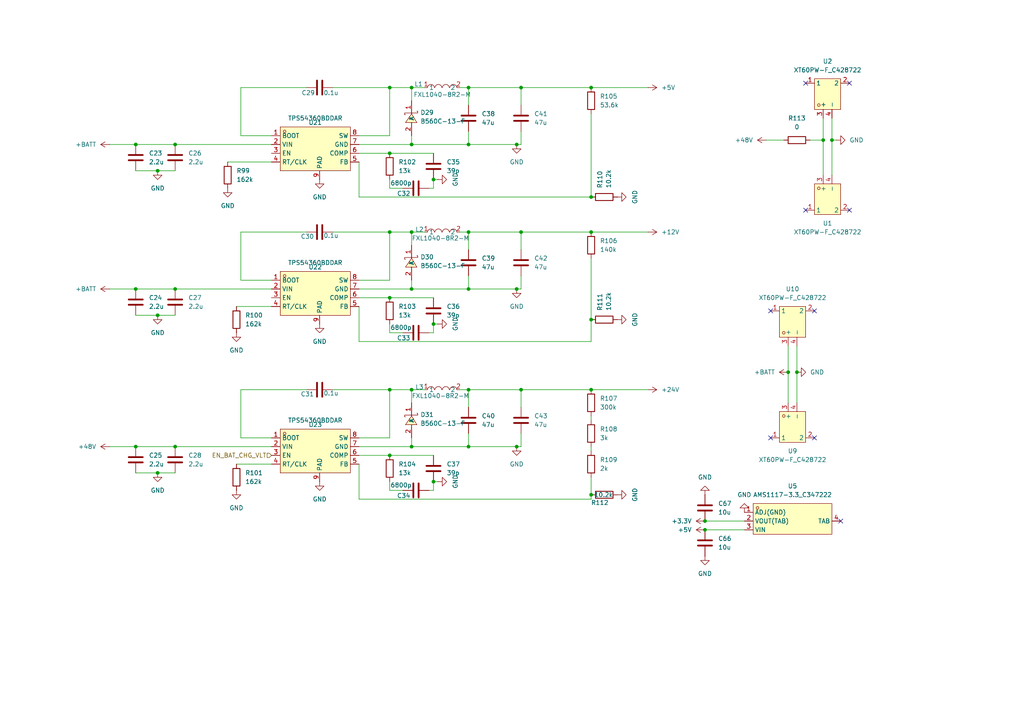
<source format=kicad_sch>
(kicad_sch (version 20250114) (generator "eeschema") (generator_version "9.0")
  (paper "A4")
  (lib_symbols
    (symbol "COMPONENTS:AMS1117-3.3_C347222"
      (property "Reference" "U" (at 0 7.62 0))
      (property "Value" "AMS1117-3.3_C347222" (at 0 -7.62 0))
      (symbol "AMS1117-3.3_C347222_0_1"
        (rectangle (start -12.7 5.08) (end 10.16 -3.81) (fill (type background)))
        (circle (center -11.43 3.81) (radius 0.38))
        (pin unspecified line (at -15.24 2.54 0) (length 2.54) (name "ADJ(GND)") (number "1"))
        (pin unspecified line (at -15.24 0 0) (length 2.54) (name "VOUT(TAB)") (number "2"))
        (pin unspecified line (at -15.24 -2.54 0) (length 2.54) (name "VIN") (number "3"))
        (pin unspecified line (at 12.7 0 180) (length 2.54) (name "TAB") (number "4"))
      )
    )
    (symbol "COMPONENTS:XT60PW-F_C428722"
      (property "Reference" "U" (at 0 10.16 0))
      (property "Value" "XT60PW-F_C428722" (at 0 -12.7 0))
      (symbol "XT60PW-F_C428722_0_1"
        (rectangle (start -7.62 2.54) (end 1.27 -5.08) (fill (type background)))
        (circle (center -6.35 1.27) (radius 0.38))
        (pin unspecified line (at -10.16 0 0) (length 2.54) (name "+") (number "3"))
        (pin unspecified line (at -10.16 -2.54 0) (length 2.54) (name "-") (number "4"))
        (pin unspecified line (at 0 5.08 270) (length 2.54) (name "1") (number "1"))
        (pin unspecified line (at 0 -7.62 90) (length 2.54) (name "2") (number "2"))
      )
    )
    (symbol "Device:C" (pin_numbers (hide yes)) (pin_names (offset 0.254))
      (property "Reference" "C" (at 0.635 2.54 0))
      (property "Value" "C" (at 0.635 -2.54 0))
      (symbol "C_0_1"
        (polyline (pts (xy -2.032 0.762) (xy 2.032 0.762)) (stroke (width 0.508)))
        (polyline (pts (xy -2.032 -0.762) (xy 2.032 -0.762)) (stroke (width 0.508)))
      )
      (symbol "C_1_1"
        (pin passive line (at 0 3.81 270) (length 2.794) (name "~") (number "1"))
        (pin passive line (at 0 -3.81 90) (length 2.794) (name "~") (number "2"))
      )
    )
    (symbol "Device:R" (pin_numbers (hide yes)) (pin_names (offset 0))
      (property "Reference" "R" (at 2.032 0 90))
      (property "Value" "R" (at 0 0 90))
      (symbol "R_0_1"
        (rectangle (start -1.016 -2.54) (end 1.016 2.54) (stroke (width 0.254)))
      )
      (symbol "R_1_1"
        (pin passive line (at 0 3.81 270) (length 1.27) (name "~") (number "1"))
        (pin passive line (at 0 -3.81 90) (length 1.27) (name "~") (number "2"))
      )
    )
    (symbol "NEW:B560C-13-F"
      (property "Reference" "D" (at 0 5.08 0))
      (property "Value" "B560C-13-F" (at 0 -5.08 0))
      (symbol "B560C-13-F_0_1"
        (polyline (pts (xy -2.03 1.52) (xy -2.03 1.78) (xy -1.52 1.78) (xy -1.52 -2.03) (xy -1.02 -2.03) (xy -1.02 -1.78)))
        (polyline (pts (xy 1.27 1.52) (xy -1.27 0) (xy 1.27 -1.78) (xy 1.27 1.52)) (fill (type background)))
        (pin unspecified line (at -5.08 0 0) (length 3.81) (name "K") (number "1"))
        (pin unspecified line (at 5.08 0 180) (length 3.81) (name "A") (number "2"))
      )
    )
    (symbol "NEW:FXL1040-8R2-M"
      (property "Reference" "L" (at 0 5.08 0))
      (property "Value" "FXL1040-8R2-M" (at 0 -5.08 0))
      (symbol "FXL1040-8R2-M_0_1"
        (arc (start -4.29 -0.02) (mid -3.28 0.9027) (end -2.27 -0.02))
        (arc (start -2.13 -0.02) (mid -1.12 0.9071) (end -0.11 -0.02))
        (arc (start 0.02 -0.02) (mid 1.03 0.9071) (end 2.04 -0.02))
        (arc (start 2.21 -0.02) (mid 3.22 0.9071) (end 4.23 -0.02))
        (pin unspecified line (at -5.08 0 0) (length 0.762) (name "1") (number "1"))
        (pin unspecified line (at 5.08 0 180) (length 0.762) (name "2") (number "2"))
      )
    )
    (symbol "NEW:TPS54360BDDAR"
      (property "Reference" "U5" (at 0 7.62 0))
      (property "Value" "TPS54360BDDAR" (at -7.62 -16.51 0))
      (symbol "TPS54360BDDAR_0_1"
        (rectangle (start -10.16 6.35) (end 10.16 -6.35) (fill (type background)))
        (circle (center -8.89 5.08) (radius 0.38))
        (pin unspecified line (at -12.7 3.81 0) (length 2.54) (name "BOOT") (number "1"))
        (pin unspecified line (at -12.7 1.27 0) (length 2.54) (name "VIN") (number "2"))
        (pin unspecified line (at -12.7 -1.27 0) (length 2.54) (name "EN") (number "3"))
        (pin unspecified line (at -12.7 -3.81 0) (length 2.54) (name "RT/CLK") (number "4"))
        (pin unspecified line (at 1.27 -8.89 90) (length 2.54) (name "PAD") (number "9"))
        (pin unspecified line (at 12.7 3.81 180) (length 2.54) (name "SW") (number "8"))
        (pin unspecified line (at 12.7 1.27 180) (length 2.54) (name "GND") (number "7"))
        (pin unspecified line (at 12.7 -1.27 180) (length 2.54) (name "COMP") (number "6"))
        (pin unspecified line (at 12.7 -3.81 180) (length 2.54) (name "FB") (number "5"))
      )
    )
    (symbol "power:+12V" (power) (pin_numbers (hide yes)) (pin_names (offset 0) (hide yes))
      (property "Value" "+12V" (at 0 3.556 0))
      (symbol "+12V_0_1"
        (polyline (pts (xy -0.762 1.27) (xy 0 2.54)))
        (polyline (pts (xy 0 2.54) (xy 0.762 1.27)))
        (polyline (pts (xy 0 0) (xy 0 2.54)))
      )
      (symbol "+12V_1_1"
        (pin power_in line (at 0 0 90) (length 0) (name "~") (number "1"))
      )
    )
    (symbol "power:+24V" (power) (pin_numbers (hide yes)) (pin_names (offset 0) (hide yes))
      (property "Value" "+24V" (at 0 3.556 0))
      (symbol "+24V_0_1"
        (polyline (pts (xy -0.762 1.27) (xy 0 2.54)))
        (polyline (pts (xy 0 2.54) (xy 0.762 1.27)))
        (polyline (pts (xy 0 0) (xy 0 2.54)))
      )
      (symbol "+24V_1_1"
        (pin power_in line (at 0 0 90) (length 0) (name "~") (number "1"))
      )
    )
    (symbol "power:+3.3V" (power) (pin_numbers (hide yes)) (pin_names (offset 0) (hide yes))
      (property "Value" "+3.3V" (at 0 3.556 0))
      (symbol "+3.3V_0_1"
        (polyline (pts (xy -0.762 1.27) (xy 0 2.54)))
        (polyline (pts (xy 0 2.54) (xy 0.762 1.27)))
        (polyline (pts (xy 0 0) (xy 0 2.54)))
      )
      (symbol "+3.3V_1_1"
        (pin power_in line (at 0 0 90) (length 0) (name "~") (number "1"))
      )
    )
    (symbol "power:+48V" (power) (pin_numbers (hide yes)) (pin_names (offset 0) (hide yes))
      (property "Value" "+48V" (at 0 3.556 0))
      (symbol "+48V_0_1"
        (polyline (pts (xy -0.762 1.27) (xy 0 2.54)))
        (polyline (pts (xy 0 2.54) (xy 0.762 1.27)))
        (polyline (pts (xy 0 0) (xy 0 2.54)))
      )
      (symbol "+48V_1_1"
        (pin power_in line (at 0 0 90) (length 0) (name "~") (number "1"))
      )
    )
    (symbol "power:+5V" (power) (pin_numbers (hide yes)) (pin_names (offset 0) (hide yes))
      (property "Value" "+5V" (at 0 3.556 0))
      (symbol "+5V_0_1"
        (polyline (pts (xy -0.762 1.27) (xy 0 2.54)))
        (polyline (pts (xy 0 2.54) (xy 0.762 1.27)))
        (polyline (pts (xy 0 0) (xy 0 2.54)))
      )
      (symbol "+5V_1_1"
        (pin power_in line (at 0 0 90) (length 0) (name "~") (number "1"))
      )
    )
    (symbol "power:+BATT" (power) (pin_numbers (hide yes)) (pin_names (offset 0) (hide yes))
      (property "Value" "+BATT" (at 0 3.556 0))
      (symbol "+BATT_0_1"
        (polyline (pts (xy -0.762 1.27) (xy 0 2.54)))
        (polyline (pts (xy 0 2.54) (xy 0.762 1.27)))
        (polyline (pts (xy 0 0) (xy 0 2.54)))
      )
      (symbol "+BATT_1_1"
        (pin power_in line (at 0 0 90) (length 0) (name "~") (number "1"))
      )
    )
    (symbol "power:GND" (power) (pin_numbers (hide yes)) (pin_names (offset 0) (hide yes))
      (property "Value" "GND" (at 0 -3.81 0))
      (symbol "GND_0_1"
        (polyline (pts (xy 0 0) (xy 0 -1.27) (xy 1.27 -1.27) (xy 0 -2.54) (xy -1.27 -1.27) (xy 0 -1.27)))
      )
      (symbol "GND_1_1"
        (pin power_in line (at 0 0 270) (length 0) (name "~") (number "1"))
      )
    )
  )
  (junction (at 171.45 143.51))
  (junction (at 50.8 83.82))
  (junction (at 135.89 25.4))
  (junction (at 119.38 83.82))
  (junction (at 149.86 129.54))
  (junction (at 50.8 41.91))
  (junction (at 45.72 137.16))
  (junction (at 204.47 153.67))
  (junction (at 241.3 40.64))
  (junction (at 119.38 113.03))
  (junction (at 151.13 25.4))
  (junction (at 113.03 67.31))
  (junction (at 45.72 91.44))
  (junction (at 149.86 41.91))
  (junction (at 113.03 86.36))
  (junction (at 151.13 113.03))
  (junction (at 135.89 41.91))
  (junction (at 39.37 129.54))
  (junction (at 238.76 40.64))
  (junction (at 113.03 113.03))
  (junction (at 204.47 151.13))
  (junction (at 113.03 132.08))
  (junction (at 171.45 57.15))
  (junction (at 135.89 83.82))
  (junction (at 119.38 41.91))
  (junction (at 45.72 49.53))
  (junction (at 119.38 25.4))
  (junction (at 113.03 25.4))
  (junction (at 119.38 129.54))
  (junction (at 228.6 107.95))
  (junction (at 125.73 93.98))
  (junction (at 135.89 113.03))
  (junction (at 231.14 107.95))
  (junction (at 151.13 67.31))
  (junction (at 171.45 25.4))
  (junction (at 125.73 139.7))
  (junction (at 171.45 113.03))
  (junction (at 119.38 67.31))
  (junction (at 171.45 67.31))
  (junction (at 135.89 129.54))
  (junction (at 50.8 129.54))
  (junction (at 171.45 92.71))
  (junction (at 125.73 52.07))
  (junction (at 39.37 83.82))
  (junction (at 39.37 41.91))
  (junction (at 113.03 44.45))
  (junction (at 135.89 67.31))
  (junction (at 149.86 83.82))
  (no_connect (at 233.68 24.13))
  (no_connect (at 243.84 151.13))
  (no_connect (at 246.38 60.96))
  (no_connect (at 236.22 90.17))
  (no_connect (at 233.68 60.96))
  (no_connect (at 236.22 127))
  (no_connect (at 246.38 24.13))
  (no_connect (at 223.52 127))
  (no_connect (at 223.52 90.17))
  (wire (pts (xy 96.52 67.31) (xy 113.03 67.31)))
  (wire (pts (xy 124.46 142.24) (xy 125.73 142.24)))
  (wire (pts (xy 135.89 25.4) (xy 151.13 25.4)))
  (wire (pts (xy 151.13 41.91) (xy 151.13 38.1)))
  (wire (pts (xy 104.14 44.45) (xy 113.03 44.45)))
  (wire (pts (xy 45.72 137.16) (xy 50.8 137.16)))
  (wire (pts (xy 31.75 83.82) (xy 39.37 83.82)))
  (wire (pts (xy 135.89 41.91) (xy 149.86 41.91)))
  (wire (pts (xy 116.84 54.61) (xy 113.03 54.61)))
  (wire (pts (xy 149.86 83.82) (xy 151.13 83.82)))
  (wire (pts (xy 133.35 67.31) (xy 135.89 67.31)))
  (wire (pts (xy 231.14 100.33) (xy 231.14 107.95)))
  (wire (pts (xy 45.72 91.44) (xy 50.8 91.44)))
  (wire (pts (xy 113.03 25.4) (xy 119.38 25.4)))
  (wire (pts (xy 50.8 129.54) (xy 78.74 129.54)))
  (wire (pts (xy 125.73 52.07) (xy 125.73 54.61)))
  (wire (pts (xy 119.38 113.03) (xy 123.19 113.03)))
  (wire (pts (xy 149.86 129.54) (xy 151.13 129.54)))
  (wire (pts (xy 116.84 142.24) (xy 113.03 142.24)))
  (wire (pts (xy 104.14 86.36) (xy 113.03 86.36)))
  (wire (pts (xy 119.38 67.31) (xy 123.19 67.31)))
  (wire (pts (xy 113.03 132.08) (xy 125.73 132.08)))
  (wire (pts (xy 135.89 113.03) (xy 151.13 113.03)))
  (wire (pts (xy 187.96 25.4) (xy 171.45 25.4)))
  (wire (pts (xy 135.89 67.31) (xy 135.89 72.39)))
  (wire (pts (xy 204.47 153.67) (xy 215.9 153.67)))
  (wire (pts (xy 113.03 113.03) (xy 119.38 113.03)))
  (wire (pts (xy 133.35 25.4) (xy 135.89 25.4)))
  (wire (pts (xy 69.85 39.37) (xy 78.74 39.37)))
  (wire (pts (xy 151.13 25.4) (xy 151.13 30.48)))
  (wire (pts (xy 96.52 25.4) (xy 113.03 25.4)))
  (wire (pts (xy 187.96 113.03) (xy 171.45 113.03)))
  (wire (pts (xy 31.75 41.91) (xy 39.37 41.91)))
  (wire (pts (xy 104.14 57.15) (xy 171.45 57.15)))
  (wire (pts (xy 135.89 125.73) (xy 135.89 129.54)))
  (wire (pts (xy 119.38 81.28) (xy 119.38 83.82)))
  (wire (pts (xy 69.85 67.31) (xy 69.85 81.28)))
  (wire (pts (xy 234.95 40.64) (xy 238.76 40.64)))
  (wire (pts (xy 119.38 41.91) (xy 135.89 41.91)))
  (wire (pts (xy 113.03 142.24) (xy 113.03 139.7)))
  (wire (pts (xy 151.13 113.03) (xy 171.45 113.03)))
  (wire (pts (xy 222.25 40.64) (xy 227.33 40.64)))
  (wire (pts (xy 50.8 83.82) (xy 78.74 83.82)))
  (wire (pts (xy 241.3 34.29) (xy 241.3 40.64)))
  (wire (pts (xy 135.89 38.1) (xy 135.89 41.91)))
  (wire (pts (xy 171.45 57.15) (xy 171.45 33.02)))
  (wire (pts (xy 104.14 57.15) (xy 104.14 46.99)))
  (wire (pts (xy 228.6 100.33) (xy 228.6 107.95)))
  (wire (pts (xy 151.13 67.31) (xy 151.13 72.39)))
  (wire (pts (xy 31.75 129.54) (xy 39.37 129.54)))
  (wire (pts (xy 127 93.98) (xy 125.73 93.98)))
  (wire (pts (xy 135.89 80.01) (xy 135.89 83.82)))
  (wire (pts (xy 68.58 88.9) (xy 78.74 88.9)))
  (wire (pts (xy 119.38 29.21) (xy 119.38 25.4)))
  (wire (pts (xy 231.14 107.95) (xy 231.14 116.84)))
  (wire (pts (xy 125.73 139.7) (xy 125.73 142.24)))
  (wire (pts (xy 69.85 127) (xy 78.74 127)))
  (wire (pts (xy 133.35 113.03) (xy 135.89 113.03)))
  (wire (pts (xy 69.85 25.4) (xy 69.85 39.37)))
  (wire (pts (xy 171.45 130.81) (xy 171.45 129.54)))
  (wire (pts (xy 171.45 143.51) (xy 171.45 138.43)))
  (wire (pts (xy 241.3 40.64) (xy 241.3 50.8)))
  (wire (pts (xy 39.37 41.91) (xy 50.8 41.91)))
  (wire (pts (xy 50.8 41.91) (xy 78.74 41.91)))
  (wire (pts (xy 88.9 113.03) (xy 69.85 113.03)))
  (wire (pts (xy 151.13 67.31) (xy 171.45 67.31)))
  (wire (pts (xy 113.03 67.31) (xy 119.38 67.31)))
  (wire (pts (xy 228.6 107.95) (xy 228.6 116.84)))
  (wire (pts (xy 104.14 99.06) (xy 171.45 99.06)))
  (wire (pts (xy 119.38 39.37) (xy 119.38 41.91)))
  (wire (pts (xy 171.45 144.78) (xy 171.45 143.51)))
  (wire (pts (xy 104.14 81.28) (xy 113.03 81.28)))
  (wire (pts (xy 127 52.07) (xy 125.73 52.07)))
  (wire (pts (xy 45.72 49.53) (xy 50.8 49.53)))
  (wire (pts (xy 104.14 99.06) (xy 104.14 88.9)))
  (wire (pts (xy 39.37 129.54) (xy 50.8 129.54)))
  (wire (pts (xy 113.03 44.45) (xy 125.73 44.45)))
  (wire (pts (xy 113.03 39.37) (xy 113.03 25.4)))
  (wire (pts (xy 151.13 129.54) (xy 151.13 125.73)))
  (wire (pts (xy 151.13 25.4) (xy 171.45 25.4)))
  (wire (pts (xy 104.14 144.78) (xy 104.14 134.62)))
  (wire (pts (xy 104.14 83.82) (xy 119.38 83.82)))
  (wire (pts (xy 113.03 54.61) (xy 113.03 52.07)))
  (wire (pts (xy 104.14 129.54) (xy 119.38 129.54)))
  (wire (pts (xy 69.85 81.28) (xy 78.74 81.28)))
  (wire (pts (xy 238.76 40.64) (xy 238.76 50.8)))
  (wire (pts (xy 45.72 49.53) (xy 39.37 49.53)))
  (wire (pts (xy 124.46 96.52) (xy 125.73 96.52)))
  (wire (pts (xy 119.38 129.54) (xy 135.89 129.54)))
  (wire (pts (xy 113.03 81.28) (xy 113.03 67.31)))
  (wire (pts (xy 113.03 96.52) (xy 113.03 93.98)))
  (wire (pts (xy 119.38 127) (xy 119.38 129.54)))
  (wire (pts (xy 135.89 129.54) (xy 149.86 129.54)))
  (wire (pts (xy 119.38 116.84) (xy 119.38 113.03)))
  (wire (pts (xy 69.85 113.03) (xy 69.85 127)))
  (wire (pts (xy 119.38 25.4) (xy 123.19 25.4)))
  (wire (pts (xy 104.14 41.91) (xy 119.38 41.91)))
  (wire (pts (xy 125.73 93.98) (xy 125.73 96.52)))
  (wire (pts (xy 113.03 127) (xy 113.03 113.03)))
  (wire (pts (xy 45.72 91.44) (xy 39.37 91.44)))
  (wire (pts (xy 151.13 113.03) (xy 151.13 118.11)))
  (wire (pts (xy 116.84 96.52) (xy 113.03 96.52)))
  (wire (pts (xy 66.04 46.99) (xy 78.74 46.99)))
  (wire (pts (xy 119.38 83.82) (xy 135.89 83.82)))
  (wire (pts (xy 127 139.7) (xy 125.73 139.7)))
  (wire (pts (xy 135.89 67.31) (xy 151.13 67.31)))
  (wire (pts (xy 151.13 83.82) (xy 151.13 80.01)))
  (wire (pts (xy 171.45 74.93) (xy 171.45 92.71)))
  (wire (pts (xy 104.14 39.37) (xy 113.03 39.37)))
  (wire (pts (xy 113.03 86.36) (xy 125.73 86.36)))
  (wire (pts (xy 104.14 127) (xy 113.03 127)))
  (wire (pts (xy 124.46 54.61) (xy 125.73 54.61)))
  (wire (pts (xy 68.58 134.62) (xy 78.74 134.62)))
  (wire (pts (xy 149.86 41.91) (xy 151.13 41.91)))
  (wire (pts (xy 88.9 67.31) (xy 69.85 67.31)))
  (wire (pts (xy 45.72 137.16) (xy 39.37 137.16)))
  (wire (pts (xy 135.89 25.4) (xy 135.89 30.48)))
  (wire (pts (xy 204.47 151.13) (xy 215.9 151.13)))
  (wire (pts (xy 39.37 83.82) (xy 50.8 83.82)))
  (wire (pts (xy 242.57 40.64) (xy 241.3 40.64)))
  (wire (pts (xy 135.89 113.03) (xy 135.89 118.11)))
  (wire (pts (xy 104.14 132.08) (xy 113.03 132.08)))
  (wire (pts (xy 104.14 144.78) (xy 171.45 144.78)))
  (wire (pts (xy 96.52 113.03) (xy 113.03 113.03)))
  (wire (pts (xy 187.96 67.31) (xy 171.45 67.31)))
  (wire (pts (xy 135.89 83.82) (xy 149.86 83.82)))
  (wire (pts (xy 171.45 92.71) (xy 171.45 99.06)))
  (wire (pts (xy 238.76 34.29) (xy 238.76 40.64)))
  (wire (pts (xy 88.9 25.4) (xy 69.85 25.4)))
  (wire (pts (xy 119.38 71.12) (xy 119.38 67.31)))
  (wire (pts (xy 171.45 121.92) (xy 171.45 120.65)))
  (hierarchical_label "EN_BAT_CHG_VLT" (shape input) (at 78.74 132.08 180))
  (symbol (lib_id "Device:C") (at 120.65 54.61 90) (unit 1)
    (property "Reference" "C32" (at 117.094 56.134 90))
    (property "Value" "6800p" (at 116.332 53.086 90))
    (property "Footprint" "Capacitor_SMD:C_1206_3216Metric" (effects (hide yes)))
    (property "LCSC Part" "C2760541" (effects (hide yes)))
  )
  (symbol (lib_id "Device:C") (at 125.73 135.89 0) (unit 1)
    (property "Reference" "C37" (at 129.54 134.62 0) (effects (justify left)))
    (property "Value" "39p" (at 129.54 137.16 0) (effects (justify left)))
    (property "Footprint" "Capacitor_SMD:C_1206_3216Metric" (effects (hide yes)))
    (property "LCSC Part" "C5186878" (effects (hide yes)))
  )
  (symbol (lib_id "NEW:B560C-13-F") (at 119.38 76.2 270) (unit 1)
    (property "Reference" "D30" (at 121.92 74.55 90) (effects (justify left)))
    (property "Value" "B560C-13-F" (at 121.92 77.09 90) (effects (justify left)))
    (property "Footprint" "COMPONENTS:SMC_L7.1-W6.2-LS8.1-RD" (effects (hide yes)))
    (property "Datasheet" "https://lcsc.com/product-detail/Schottky-Barrier-Diodes-SBD_DIODES_B560C-13-F_B560C-13-F_C85100.html" (effects (hide yes)))
    (property "LCSC Part" "C85100" (effects (hide yes)))
  )
  (symbol (lib_id "Device:C") (at 125.73 90.17 0) (unit 1)
    (property "Reference" "C36" (at 129.54 88.9 0) (effects (justify left)))
    (property "Value" "39p" (at 129.54 91.44 0) (effects (justify left)))
    (property "Footprint" "Capacitor_SMD:C_1206_3216Metric" (effects (hide yes)))
    (property "LCSC Part" "C5186878" (effects (hide yes)))
  )
  (symbol (lib_id "Device:R") (at 66.04 50.8 0) (unit 1)
    (property "Reference" "R99" (at 68.58 49.53 0) (effects (justify left)))
    (property "Value" "162k" (at 68.58 52.07 0) (effects (justify left)))
    (property "Footprint" "Resistor_SMD:R_1206_3216Metric_Pad1.30x1.75mm_HandSolder" (effects (hide yes)))
    (property "LCSC Part" "C22815" (effects (hide yes)))
  )
  (symbol (lib_id "power:+BATT") (at 228.6 107.95 90) (unit 1)
    (property "Reference" "#PWR0172" (effects (hide yes)))
    (property "Value" "+BATT" (at 224.79 107.9499 90) (effects (justify left)))
    (property "Description" "Power symbol creates a global label with name \"+BATT\"" (effects (hide yes)))
  )
  (symbol (lib_id "power:GND") (at 92.71 139.7 0) (unit 1)
    (property "Reference" "#PWR0158" (effects (hide yes)))
    (property "Value" "GND" (at 92.71 144.78 0))
  )
  (symbol (lib_id "Device:C") (at 50.8 133.35 0) (unit 1)
    (property "Reference" "C28" (at 54.61 132.08 0) (effects (justify left)))
    (property "Value" "2.2u" (at 54.61 134.62 0) (effects (justify left)))
    (property "Footprint" "Capacitor_SMD:C_1206_3216Metric" (effects (hide yes)))
    (property "LCSC Part" "C170101" (effects (hide yes)))
  )
  (symbol (lib_id "Device:C") (at 204.47 157.48 0) (unit 1)
    (property "Reference" "C66" (at 208.28 156.2099 0) (effects (justify left)))
    (property "Value" "10u" (at 208.28 158.7499 0) (effects (justify left)))
    (property "Footprint" "Capacitor_SMD:C_1206_3216Metric" (effects (hide yes)))
    (property "LCSC Part" "C94034" (effects (hide yes)))
  )
  (symbol (lib_id "power:+48V") (at 222.25 40.64 90) (unit 1)
    (property "Reference" "#PWR0171" (effects (hide yes)))
    (property "Value" "+48V" (at 218.44 40.6399 90) (effects (justify left)))
    (property "Description" "Power symbol creates a global label with name \"+48V\"" (effects (hide yes)))
  )
  (symbol (lib_id "Device:C") (at 135.89 121.92 0) (unit 1)
    (property "Reference" "C40" (at 139.7 120.65 0) (effects (justify left)))
    (property "Value" "47u" (at 139.7 123.19 0) (effects (justify left)))
    (property "Footprint" "Capacitor_SMD:C_1206_3216Metric" (effects (hide yes)))
    (property "LCSC Part" "C94034" (effects (hide yes)))
  )
  (symbol (lib_id "power:+BATT") (at 31.75 41.91 90) (unit 1)
    (property "Reference" "#PWR0147" (effects (hide yes)))
    (property "Value" "+BATT" (at 27.94 41.9099 90) (effects (justify left)))
    (property "Description" "Power symbol creates a global label with name \"+BATT\"" (effects (hide yes)))
  )
  (symbol (lib_id "power:+5V") (at 187.96 25.4 270) (unit 1)
    (property "Reference" "#PWR0168" (effects (hide yes)))
    (property "Value" "+5V" (at 191.77 25.3999 90) (effects (justify left)))
    (property "Description" "Power symbol creates a global label with name \"+5V\"" (effects (hide yes)))
  )
  (symbol (lib_id "Device:R") (at 113.03 48.26 0) (unit 1)
    (property "Reference" "R102" (at 115.57 46.99 0) (effects (justify left)))
    (property "Value" "13k" (at 115.57 49.53 0) (effects (justify left)))
    (property "Footprint" "Resistor_SMD:R_1206_3216Metric_Pad1.30x1.75mm_HandSolder" (effects (hide yes)))
    (property "LCSC Part" "C445658" (effects (hide yes)))
  )
  (symbol (lib_id "power:GND") (at 179.07 57.15 90) (unit 1)
    (property "Reference" "#PWR0165" (effects (hide yes)))
    (property "Value" "GND" (at 184.15 57.15 0))
  )
  (symbol (lib_id "Device:R") (at 175.26 143.51 90) (unit 1)
    (property "Reference" "R112" (at 176.53 145.796 90) (effects (justify left)))
    (property "Value" "10.2k" (at 177.8 143.51 90) (effects (justify left)))
    (property "Footprint" "Resistor_SMD:R_1206_3216Metric_Pad1.30x1.75mm_HandSolder" (effects (hide yes)))
    (property "LCSC Part" "C21398" (effects (hide yes)))
  )
  (symbol (lib_id "NEW:FXL1040-8R2-M") (at 128.27 67.31 0) (unit 1)
    (property "Reference" "L2" (at 121.666 66.548 0))
    (property "Value" "FXL1040-8R2-M" (at 127.762 69.088 0))
    (property "Footprint" "COMPONENTS:IND-SMD_L11.5-W10.0_FXL1040" (effects (hide yes)))
    (property "Datasheet" "https://lcsc.com/product-detail/Power-Inductors_8-2uH-20-8-0A_C167232.html" (effects (hide yes)))
    (property "LCSC Part" "C167232" (effects (hide yes)))
  )
  (symbol (lib_id "power:+5V") (at 204.47 153.67 90) (unit 1)
    (property "Reference" "#PWR0207" (effects (hide yes)))
    (property "Value" "+5V" (at 200.66 153.6699 90) (effects (justify left)))
    (property "Description" "Power symbol creates a global label with name \"+5V\"" (effects (hide yes)))
  )
  (symbol (lib_id "NEW:FXL1040-8R2-M") (at 128.27 113.03 0) (unit 1)
    (property "Reference" "L3" (at 121.666 112.268 0))
    (property "Value" "FXL1040-8R2-M" (at 127.762 114.808 0))
    (property "Footprint" "COMPONENTS:IND-SMD_L11.5-W10.0_FXL1040" (effects (hide yes)))
    (property "Datasheet" "https://lcsc.com/product-detail/Power-Inductors_8-2uH-20-8-0A_C167232.html" (effects (hide yes)))
    (property "LCSC Part" "C167232" (effects (hide yes)))
  )
  (symbol (lib_id "power:GND") (at 92.71 52.07 0) (unit 1)
    (property "Reference" "#PWR0156" (effects (hide yes)))
    (property "Value" "GND" (at 92.71 57.15 0))
  )
  (symbol (lib_id "power:GND") (at 45.72 137.16 0) (unit 1)
    (property "Reference" "#PWR0152" (effects (hide yes)))
    (property "Value" "GND" (at 45.72 142.24 0))
  )
  (symbol (lib_id "Device:R") (at 231.14 40.64 90) (unit 1)
    (property "Reference" "R113" (at 231.14 34.29 90))
    (property "Value" "0" (at 231.14 36.83 90))
    (property "Footprint" "Resistor_SMD:R_1206_3216Metric_Pad1.30x1.75mm_HandSolder" (effects (hide yes)))
    (property "LCSC Part" "C21398" (effects (hide yes)))
  )
  (symbol (lib_id "Device:C") (at 125.73 48.26 0) (unit 1)
    (property "Reference" "C35" (at 129.54 46.99 0) (effects (justify left)))
    (property "Value" "39p" (at 129.54 49.53 0) (effects (justify left)))
    (property "Footprint" "Capacitor_SMD:C_1206_3216Metric" (effects (hide yes)))
    (property "LCSC Part" "C5186878" (effects (hide yes)))
  )
  (symbol (lib_id "Device:R") (at 171.45 29.21 0) (unit 1)
    (property "Reference" "R105" (at 173.99 27.94 0) (effects (justify left)))
    (property "Value" "53.6k" (at 173.99 30.48 0) (effects (justify left)))
    (property "Footprint" "Resistor_SMD:R_1206_3216Metric_Pad1.30x1.75mm_HandSolder" (effects (hide yes)))
    (property "LCSC Part" "C21398" (effects (hide yes)))
  )
  (symbol (lib_id "Device:C") (at 135.89 34.29 0) (unit 1)
    (property "Reference" "C38" (at 139.7 33.02 0) (effects (justify left)))
    (property "Value" "47u" (at 139.7 35.56 0) (effects (justify left)))
    (property "Footprint" "Capacitor_SMD:C_1206_3216Metric" (effects (hide yes)))
    (property "LCSC Part" "C94034" (effects (hide yes)))
  )
  (symbol (lib_id "Device:R") (at 113.03 135.89 0) (unit 1)
    (property "Reference" "R104" (at 115.57 134.62 0) (effects (justify left)))
    (property "Value" "13k" (at 115.57 137.16 0) (effects (justify left)))
    (property "Footprint" "Resistor_SMD:R_1206_3216Metric_Pad1.30x1.75mm_HandSolder" (effects (hide yes)))
    (property "LCSC Part" "C445658" (effects (hide yes)))
  )
  (symbol (lib_id "power:GND") (at 127 139.7 90) (unit 1)
    (property "Reference" "#PWR0161" (effects (hide yes)))
    (property "Value" "GND" (at 132.08 139.7 0))
  )
  (symbol (lib_id "power:+48V") (at 31.75 129.54 90) (unit 1)
    (property "Reference" "#PWR0149" (effects (hide yes)))
    (property "Value" "+48V" (at 27.94 129.5399 90) (effects (justify left)))
    (property "Description" "Power symbol creates a global label with name \"+48V\"" (effects (hide yes)))
  )
  (symbol (lib_id "power:GND") (at 127 52.07 90) (unit 1)
    (property "Reference" "#PWR0159" (effects (hide yes)))
    (property "Value" "GND" (at 132.08 52.07 0))
  )
  (symbol (lib_id "power:GND") (at 68.58 142.24 0) (unit 1)
    (property "Reference" "#PWR0155" (effects (hide yes)))
    (property "Value" "GND" (at 68.58 147.32 0))
  )
  (symbol (lib_id "power:+24V") (at 187.96 113.03 270) (unit 1)
    (property "Reference" "#PWR0170" (effects (hide yes)))
    (property "Value" "+24V" (at 191.77 113.0299 90) (effects (justify left)))
    (property "Description" "Power symbol creates a global label with name \"+24V\"" (effects (hide yes)))
  )
  (symbol (lib_id "Device:C") (at 92.71 67.31 90) (unit 1)
    (property "Reference" "C30" (at 89.154 68.58 90))
    (property "Value" "0.1u" (at 96.012 68.326 90))
    (property "Footprint" "Capacitor_SMD:C_1206_3216Metric" (effects (hide yes)))
    (property "LCSC Part" "C56392" (effects (hide yes)))
  )
  (symbol (lib_id "power:GND") (at 179.07 143.51 90) (unit 1)
    (property "Reference" "#PWR0167" (effects (hide yes)))
    (property "Value" "GND" (at 184.15 143.51 0))
  )
  (symbol (lib_id "NEW:TPS54360BDDAR") (at 91.44 43.18 0) (unit 1)
    (property "Reference" "U21" (at 91.44 35.56 0))
    (property "Value" "TPS54360BDDAR" (at 91.44 34.29 0))
    (property "Footprint" "COMPONENTS:SOIC-8_L5.0-W4.0-P1.27-LS6.0-BL-EP2.0" (effects (hide yes)))
    (property "Datasheet" "https://lcsc.com/product-detail/DC-DC-Converters_Texas-Instruments-Texas-Instruments-TPS54360BDDAR_C524806.html" (effects (hide yes)))
    (property "LCSC Part" "C524806" (effects (hide yes)))
  )
  (symbol (lib_id "Device:R") (at 171.45 116.84 0) (unit 1)
    (property "Reference" "R107" (at 173.99 115.5699 0) (effects (justify left)))
    (property "Value" "300k" (at 173.99 118.1099 0) (effects (justify left)))
    (property "Footprint" "Resistor_SMD:R_1206_3216Metric_Pad1.30x1.75mm_HandSolder" (effects (hide yes)))
    (property "LCSC Part" "C21398" (effects (hide yes)))
  )
  (symbol (lib_id "COMPONENTS:XT60PW-F_C428722") (at 238.76 60.96 90) (mirror x) (unit 1)
    (property "Reference" "U1" (at 240.03 64.77 90))
    (property "Value" "XT60PW-F_C428722" (at 240.03 67.31 90))
    (property "Footprint" "COMPONENTS:TH_2P-XT60PW-F" (effects (hide yes)))
    (property "LCSC Part" "C428722" (effects (hide yes)))
  )
  (symbol (lib_id "Device:R") (at 171.45 71.12 0) (unit 1)
    (property "Reference" "R106" (at 173.99 69.8499 0) (effects (justify left)))
    (property "Value" "140k" (at 173.99 72.3899 0) (effects (justify left)))
    (property "Footprint" "Resistor_SMD:R_1206_3216Metric_Pad1.30x1.75mm_HandSolder" (effects (hide yes)))
    (property "LCSC Part" "C21398" (effects (hide yes)))
  )
  (symbol (lib_id "Device:R") (at 113.03 90.17 0) (unit 1)
    (property "Reference" "R103" (at 115.57 88.9 0) (effects (justify left)))
    (property "Value" "13k" (at 115.57 91.44 0) (effects (justify left)))
    (property "Footprint" "Resistor_SMD:R_1206_3216Metric_Pad1.30x1.75mm_HandSolder" (effects (hide yes)))
    (property "LCSC Part" "C445658" (effects (hide yes)))
  )
  (symbol (lib_id "Device:C") (at 120.65 142.24 90) (unit 1)
    (property "Reference" "C34" (at 117.094 143.764 90))
    (property "Value" "6800p" (at 116.332 140.716 90))
    (property "Footprint" "Capacitor_SMD:C_1206_3216Metric" (effects (hide yes)))
    (property "LCSC Part" "C2760541" (effects (hide yes)))
  )
  (symbol (lib_id "NEW:FXL1040-8R2-M") (at 128.27 25.4 0) (unit 1)
    (property "Reference" "L1" (at 121.412 24.384 0))
    (property "Value" "FXL1040-8R2-M" (at 128.27 27.432 0))
    (property "Footprint" "COMPONENTS:IND-SMD_L11.5-W10.0_FXL1040" (effects (hide yes)))
    (property "Datasheet" "https://lcsc.com/product-detail/Power-Inductors_8-2uH-20-8-0A_C167232.html" (effects (hide yes)))
    (property "LCSC Part" "C167232" (effects (hide yes)))
  )
  (symbol (lib_id "Device:C") (at 120.65 96.52 90) (unit 1)
    (property "Reference" "C33" (at 117.094 98.044 90))
    (property "Value" "6800p" (at 116.332 94.996 90))
    (property "Footprint" "Capacitor_SMD:C_1206_3216Metric" (effects (hide yes)))
    (property "LCSC Part" "C2760541" (effects (hide yes)))
  )
  (symbol (lib_id "power:GND") (at 68.58 96.52 0) (unit 1)
    (property "Reference" "#PWR0154" (effects (hide yes)))
    (property "Value" "GND" (at 68.58 101.6 0))
  )
  (symbol (lib_id "Device:R") (at 171.45 134.62 0) (unit 1)
    (property "Reference" "R109" (at 173.99 133.3499 0) (effects (justify left)))
    (property "Value" "2k" (at 173.99 135.8899 0) (effects (justify left)))
    (property "Footprint" "Resistor_SMD:R_1206_3216Metric_Pad1.30x1.75mm_HandSolder" (effects (hide yes)))
    (property "LCSC Part" "C21398" (effects (hide yes)))
  )
  (symbol (lib_id "Device:C") (at 151.13 34.29 0) (unit 1)
    (property "Reference" "C41" (at 154.94 33.02 0) (effects (justify left)))
    (property "Value" "47u" (at 154.94 35.56 0) (effects (justify left)))
    (property "Footprint" "Capacitor_SMD:C_1206_3216Metric" (effects (hide yes)))
    (property "LCSC Part" "C94034" (effects (hide yes)))
  )
  (symbol (lib_id "NEW:B560C-13-F") (at 119.38 34.29 270) (unit 1)
    (property "Reference" "D29" (at 121.92 32.64 90) (effects (justify left)))
    (property "Value" "B560C-13-F" (at 121.92 35.18 90) (effects (justify left)))
    (property "Footprint" "COMPONENTS:SMC_L7.1-W6.2-LS8.1-RD" (effects (hide yes)))
    (property "Datasheet" "https://lcsc.com/product-detail/Schottky-Barrier-Diodes-SBD_DIODES_B560C-13-F_B560C-13-F_C85100.html" (effects (hide yes)))
    (property "LCSC Part" "C85100" (effects (hide yes)))
  )
  (symbol (lib_id "Device:C") (at 50.8 87.63 0) (unit 1)
    (property "Reference" "C27" (at 54.61 86.36 0) (effects (justify left)))
    (property "Value" "2.2u" (at 54.61 88.9 0) (effects (justify left)))
    (property "Footprint" "Capacitor_SMD:C_1206_3216Metric" (effects (hide yes)))
    (property "LCSC Part" "C170101" (effects (hide yes)))
  )
  (symbol (lib_id "power:GND") (at 215.9 148.59 180) (unit 1)
    (property "Reference" "#PWR0206" (effects (hide yes)))
    (property "Value" "GND" (at 215.9 143.51 0))
  )
  (symbol (lib_id "power:GND") (at 242.57 40.64 90) (unit 1)
    (property "Reference" "#PWR0174" (effects (hide yes)))
    (property "Value" "GND" (at 246.38 40.6399 90) (effects (justify right)))
    (property "Description" "Power symbol creates a global label with name \"GND\" , ground" (effects (hide yes)))
  )
  (symbol (lib_id "Device:R") (at 175.26 92.71 90) (unit 1)
    (property "Reference" "R111" (at 173.9899 90.17 0) (effects (justify left)))
    (property "Value" "10.2k" (at 176.5299 90.17 0) (effects (justify left)))
    (property "Footprint" "Resistor_SMD:R_1206_3216Metric_Pad1.30x1.75mm_HandSolder" (effects (hide yes)))
    (property "LCSC Part" "C21398" (effects (hide yes)))
  )
  (symbol (lib_id "COMPONENTS:XT60PW-F_C428722") (at 228.6 127 90) (mirror x) (unit 1)
    (property "Reference" "U9" (at 229.87 130.81 90))
    (property "Value" "XT60PW-F_C428722" (at 229.87 133.35 90))
    (property "Footprint" "COMPONENTS:TH_2P-XT60PW-F" (effects (hide yes)))
    (property "LCSC Part" "C428722" (effects (hide yes)))
  )
  (symbol (lib_id "power:GND") (at 149.86 129.54 0) (unit 1)
    (property "Reference" "#PWR0164" (effects (hide yes)))
    (property "Value" "GND" (at 149.86 134.62 0))
  )
  (symbol (lib_id "COMPONENTS:AMS1117-3.3_C347222") (at 231.14 151.13 0) (unit 1)
    (property "Reference" "U5" (at 229.87 140.97 0))
    (property "Value" "AMS1117-3.3_C347222" (at 229.87 143.51 0))
    (property "Footprint" "COMPONENTS:SOT-223-4_L6.5-W3.5-P2.30-LS7.0-BR" (effects (hide yes)))
    (property "Datasheet" "https://lcsc.com/product-detail/Others_Youtai-Semiconductor-Co-Ltd-AMS1117-3-3_C347222.html" (effects (hide yes)))
    (property "LCSC Part" "C347222" (effects (hide yes)))
  )
  (symbol (lib_id "Device:C") (at 204.47 147.32 0) (unit 1)
    (property "Reference" "C67" (at 208.28 146.0499 0) (effects (justify left)))
    (property "Value" "10u" (at 208.28 148.5899 0) (effects (justify left)))
    (property "Footprint" "Capacitor_SMD:C_1206_3216Metric" (effects (hide yes)))
    (property "LCSC Part" "C94034" (effects (hide yes)))
  )
  (symbol (lib_id "NEW:TPS54360BDDAR") (at 91.44 85.09 0) (unit 1)
    (property "Reference" "U22" (at 91.44 77.47 0))
    (property "Value" "TPS54360BDDAR" (at 91.44 76.2 0))
    (property "Footprint" "COMPONENTS:SOIC-8_L5.0-W4.0-P1.27-LS6.0-BL-EP2.0" (effects (hide yes)))
    (property "Datasheet" "https://lcsc.com/product-detail/DC-DC-Converters_Texas-Instruments-Texas-Instruments-TPS54360BDDAR_C524806.html" (effects (hide yes)))
    (property "LCSC Part" "C524806" (effects (hide yes)))
  )
  (symbol (lib_id "power:GND") (at 149.86 41.91 0) (unit 1)
    (property "Reference" "#PWR0162" (effects (hide yes)))
    (property "Value" "GND" (at 149.86 46.99 0))
  )
  (symbol (lib_id "power:GND") (at 204.47 161.29 0) (unit 1)
    (property "Reference" "#PWR0184" (effects (hide yes)))
    (property "Value" "GND" (at 204.47 166.37 0))
  )
  (symbol (lib_id "NEW:TPS54360BDDAR") (at 91.44 130.81 0) (unit 1)
    (property "Reference" "U23" (at 91.44 123.19 0))
    (property "Value" "TPS54360BDDAR" (at 91.44 121.92 0))
    (property "Footprint" "COMPONENTS:SOIC-8_L5.0-W4.0-P1.27-LS6.0-BL-EP2.0" (effects (hide yes)))
    (property "Datasheet" "https://lcsc.com/product-detail/DC-DC-Converters_Texas-Instruments-Texas-Instruments-TPS54360BDDAR_C524806.html" (effects (hide yes)))
    (property "LCSC Part" "C524806" (effects (hide yes)))
  )
  (symbol (lib_id "Device:C") (at 92.71 113.03 90) (unit 1)
    (property "Reference" "C31" (at 89.154 114.3 90))
    (property "Value" "0.1u" (at 96.012 114.046 90))
    (property "Footprint" "Capacitor_SMD:C_1206_3216Metric" (effects (hide yes)))
    (property "LCSC Part" "C56392" (effects (hide yes)))
  )
  (symbol (lib_id "power:+BATT") (at 31.75 83.82 90) (unit 1)
    (property "Reference" "#PWR0148" (effects (hide yes)))
    (property "Value" "+BATT" (at 27.94 83.8199 90) (effects (justify left)))
    (property "Description" "Power symbol creates a global label with name \"+BATT\"" (effects (hide yes)))
  )
  (symbol (lib_id "Device:C") (at 39.37 87.63 0) (unit 1)
    (property "Reference" "C24" (at 43.18 86.36 0) (effects (justify left)))
    (property "Value" "2.2u" (at 43.18 88.9 0) (effects (justify left)))
    (property "Footprint" "Capacitor_SMD:C_1206_3216Metric" (effects (hide yes)))
    (property "LCSC Part" "C170101" (effects (hide yes)))
  )
  (symbol (lib_id "power:GND") (at 45.72 91.44 0) (unit 1)
    (property "Reference" "#PWR0151" (effects (hide yes)))
    (property "Value" "GND" (at 45.72 96.52 0))
  )
  (symbol (lib_id "power:GND") (at 45.72 49.53 0) (unit 1)
    (property "Reference" "#PWR0150" (effects (hide yes)))
    (property "Value" "GND" (at 45.72 54.61 0))
  )
  (symbol (lib_id "power:GND") (at 127 93.98 90) (unit 1)
    (property "Reference" "#PWR0160" (effects (hide yes)))
    (property "Value" "GND" (at 132.08 93.98 0))
  )
  (symbol (lib_id "Device:C") (at 135.89 76.2 0) (unit 1)
    (property "Reference" "C39" (at 139.7 74.93 0) (effects (justify left)))
    (property "Value" "47u" (at 139.7 77.47 0) (effects (justify left)))
    (property "Footprint" "Capacitor_SMD:C_1206_3216Metric" (effects (hide yes)))
    (property "LCSC Part" "C94034" (effects (hide yes)))
  )
  (symbol (lib_id "power:GND") (at 92.71 93.98 0) (unit 1)
    (property "Reference" "#PWR0157" (effects (hide yes)))
    (property "Value" "GND" (at 92.71 99.06 0))
  )
  (symbol (lib_id "power:+12V") (at 187.96 67.31 270) (unit 1)
    (property "Reference" "#PWR0169" (effects (hide yes)))
    (property "Value" "+12V" (at 191.77 67.3099 90) (effects (justify left)))
    (property "Description" "Power symbol creates a global label with name \"+12V\"" (effects (hide yes)))
  )
  (symbol (lib_id "Device:C") (at 151.13 121.92 0) (unit 1)
    (property "Reference" "C43" (at 154.94 120.65 0) (effects (justify left)))
    (property "Value" "47u" (at 154.94 123.19 0) (effects (justify left)))
    (property "Footprint" "Capacitor_SMD:C_1206_3216Metric" (effects (hide yes)))
    (property "LCSC Part" "C94034" (effects (hide yes)))
  )
  (symbol (lib_id "Device:C") (at 151.13 76.2 0) (unit 1)
    (property "Reference" "C42" (at 154.94 74.93 0) (effects (justify left)))
    (property "Value" "47u" (at 154.94 77.47 0) (effects (justify left)))
    (property "Footprint" "Capacitor_SMD:C_1206_3216Metric" (effects (hide yes)))
    (property "LCSC Part" "C94034" (effects (hide yes)))
  )
  (symbol (lib_id "Device:R") (at 171.45 125.73 0) (unit 1)
    (property "Reference" "R108" (at 173.99 124.4599 0) (effects (justify left)))
    (property "Value" "3k" (at 173.99 126.9999 0) (effects (justify left)))
    (property "Footprint" "Resistor_SMD:R_1206_3216Metric_Pad1.30x1.75mm_HandSolder" (effects (hide yes)))
    (property "LCSC Part" "C21398" (effects (hide yes)))
  )
  (symbol (lib_id "Device:C") (at 50.8 45.72 0) (unit 1)
    (property "Reference" "C26" (at 54.61 44.45 0) (effects (justify left)))
    (property "Value" "2.2u" (at 54.61 46.99 0) (effects (justify left)))
    (property "Footprint" "Capacitor_SMD:C_1206_3216Metric" (effects (hide yes)))
    (property "LCSC Part" "C170101" (effects (hide yes)))
  )
  (symbol (lib_id "Device:R") (at 175.26 57.15 90) (unit 1)
    (property "Reference" "R110" (at 173.9899 54.61 0) (effects (justify left)))
    (property "Value" "10.2k" (at 176.5299 54.61 0) (effects (justify left)))
    (property "Footprint" "Resistor_SMD:R_1206_3216Metric_Pad1.30x1.75mm_HandSolder" (effects (hide yes)))
    (property "LCSC Part" "C21398" (effects (hide yes)))
  )
  (symbol (lib_id "power:GND") (at 179.07 92.71 90) (unit 1)
    (property "Reference" "#PWR0166" (effects (hide yes)))
    (property "Value" "GND" (at 184.15 92.71 0))
  )
  (symbol (lib_id "power:GND") (at 66.04 54.61 0) (unit 1)
    (property "Reference" "#PWR0153" (effects (hide yes)))
    (property "Value" "GND" (at 66.04 59.69 0))
  )
  (symbol (lib_id "Device:C") (at 39.37 45.72 0) (unit 1)
    (property "Reference" "C23" (at 43.18 44.45 0) (effects (justify left)))
    (property "Value" "2.2u" (at 43.18 46.99 0) (effects (justify left)))
    (property "Footprint" "Capacitor_SMD:C_1206_3216Metric" (effects (hide yes)))
    (property "LCSC Part" "C170101" (effects (hide yes)))
  )
  (symbol (lib_id "power:+3.3V") (at 204.47 151.13 90) (mirror x) (unit 1)
    (property "Reference" "#PWR080" (effects (hide yes)))
    (property "Value" "+3.3V" (at 200.66 151.1299 90) (effects (justify left)))
    (property "Description" "Power symbol creates a global label with name \"+3.3V\"" (effects (hide yes)))
  )
  (symbol (lib_id "Device:C") (at 39.37 133.35 0) (unit 1)
    (property "Reference" "C25" (at 43.18 132.08 0) (effects (justify left)))
    (property "Value" "2.2u" (at 43.18 134.62 0) (effects (justify left)))
    (property "Footprint" "Capacitor_SMD:C_1206_3216Metric" (effects (hide yes)))
    (property "LCSC Part" "C170101" (effects (hide yes)))
  )
  (symbol (lib_id "Device:C") (at 92.71 25.4 90) (unit 1)
    (property "Reference" "C29" (at 89.408 26.924 90))
    (property "Value" "0.1u" (at 96.012 26.924 90))
    (property "Footprint" "Capacitor_SMD:C_1206_3216Metric" (effects (hide yes)))
    (property "LCSC Part" "C56392" (effects (hide yes)))
  )
  (symbol (lib_id "power:GND") (at 149.86 83.82 0) (unit 1)
    (property "Reference" "#PWR0163" (effects (hide yes)))
    (property "Value" "GND" (at 149.86 88.9 0))
  )
  (symbol (lib_id "power:GND") (at 231.14 107.95 90) (unit 1)
    (property "Reference" "#PWR0173" (effects (hide yes)))
    (property "Value" "GND" (at 234.95 107.9499 90) (effects (justify right)))
    (property "Description" "Power symbol creates a global label with name \"GND\" , ground" (effects (hide yes)))
  )
  (symbol (lib_id "COMPONENTS:XT60PW-F_C428722") (at 238.76 24.13 90) (unit 1)
    (property "Reference" "U2" (at 240.03 17.78 90))
    (property "Value" "XT60PW-F_C428722" (at 240.03 20.32 90))
    (property "Footprint" "COMPONENTS:TH_2P-XT60PW-F" (effects (hide yes)))
    (property "LCSC Part" "C428722" (effects (hide yes)))
  )
  (symbol (lib_id "power:GND") (at 204.47 143.51 180) (unit 1)
    (property "Reference" "#PWR0183" (effects (hide yes)))
    (property "Value" "GND" (at 204.47 138.43 0))
  )
  (symbol (lib_id "NEW:B560C-13-F") (at 119.38 121.92 270) (unit 1)
    (property "Reference" "D31" (at 121.92 120.27 90) (effects (justify left)))
    (property "Value" "B560C-13-F" (at 121.92 122.81 90) (effects (justify left)))
    (property "Footprint" "COMPONENTS:SMC_L7.1-W6.2-LS8.1-RD" (effects (hide yes)))
    (property "Datasheet" "https://lcsc.com/product-detail/Schottky-Barrier-Diodes-SBD_DIODES_B560C-13-F_B560C-13-F_C85100.html" (effects (hide yes)))
    (property "LCSC Part" "C85100" (effects (hide yes)))
  )
  (symbol (lib_id "Device:R") (at 68.58 138.43 0) (unit 1)
    (property "Reference" "R101" (at 71.12 137.16 0) (effects (justify left)))
    (property "Value" "162k" (at 71.12 139.7 0) (effects (justify left)))
    (property "Footprint" "Resistor_SMD:R_1206_3216Metric_Pad1.30x1.75mm_HandSolder" (effects (hide yes)))
    (property "LCSC Part" "C22815" (effects (hide yes)))
  )
  (symbol (lib_id "COMPONENTS:XT60PW-F_C428722") (at 228.6 90.17 90) (unit 1)
    (property "Reference" "U10" (at 229.87 83.82 90))
    (property "Value" "XT60PW-F_C428722" (at 229.87 86.36 90))
    (property "Footprint" "COMPONENTS:TH_2P-XT60PW-F" (effects (hide yes)))
    (property "LCSC Part" "C428722" (effects (hide yes)))
  )
  (symbol (lib_id "Device:R") (at 68.58 92.71 0) (unit 1)
    (property "Reference" "R100" (at 71.12 91.44 0) (effects (justify left)))
    (property "Value" "162k" (at 71.12 93.98 0) (effects (justify left)))
    (property "Footprint" "Resistor_SMD:R_1206_3216Metric_Pad1.30x1.75mm_HandSolder" (effects (hide yes)))
    (property "LCSC Part" "C22815" (effects (hide yes)))
  )
)
</source>
